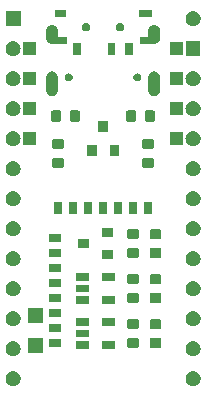
<source format=gbs>
G04 #@! TF.GenerationSoftware,KiCad,Pcbnew,(5.1.6)-1*
G04 #@! TF.CreationDate,2020-06-11T17:33:57+01:00*
G04 #@! TF.ProjectId,nrfmicro,6e72666d-6963-4726-9f2e-6b696361645f,rev?*
G04 #@! TF.SameCoordinates,Original*
G04 #@! TF.FileFunction,Soldermask,Bot*
G04 #@! TF.FilePolarity,Negative*
%FSLAX46Y46*%
G04 Gerber Fmt 4.6, Leading zero omitted, Abs format (unit mm)*
G04 Created by KiCad (PCBNEW (5.1.6)-1) date 2020-06-11 17:33:57*
%MOMM*%
%LPD*%
G01*
G04 APERTURE LIST*
%ADD10C,0.100000*%
G04 APERTURE END LIST*
D10*
G36*
X111607223Y-139682403D02*
G01*
X111665004Y-139706337D01*
X111722786Y-139730271D01*
X111826786Y-139799761D01*
X111915239Y-139888214D01*
X111984729Y-139992214D01*
X112032597Y-140107778D01*
X112057000Y-140230459D01*
X112057000Y-140355541D01*
X112032597Y-140478222D01*
X111984729Y-140593786D01*
X111915239Y-140697786D01*
X111826786Y-140786239D01*
X111722786Y-140855729D01*
X111665004Y-140879663D01*
X111607223Y-140903597D01*
X111484542Y-140928000D01*
X111359458Y-140928000D01*
X111236777Y-140903597D01*
X111178996Y-140879663D01*
X111121214Y-140855729D01*
X111017214Y-140786239D01*
X110928761Y-140697786D01*
X110859271Y-140593786D01*
X110811403Y-140478222D01*
X110787000Y-140355541D01*
X110787000Y-140230459D01*
X110811403Y-140107778D01*
X110859271Y-139992214D01*
X110928761Y-139888214D01*
X111017214Y-139799761D01*
X111121214Y-139730271D01*
X111178996Y-139706337D01*
X111236777Y-139682403D01*
X111359458Y-139658000D01*
X111484542Y-139658000D01*
X111607223Y-139682403D01*
G37*
G36*
X96367223Y-139682403D02*
G01*
X96425004Y-139706337D01*
X96482786Y-139730271D01*
X96586786Y-139799761D01*
X96675239Y-139888214D01*
X96744729Y-139992214D01*
X96792597Y-140107778D01*
X96817000Y-140230459D01*
X96817000Y-140355541D01*
X96792597Y-140478222D01*
X96744729Y-140593786D01*
X96675239Y-140697786D01*
X96586786Y-140786239D01*
X96482786Y-140855729D01*
X96425004Y-140879663D01*
X96367223Y-140903597D01*
X96244542Y-140928000D01*
X96119458Y-140928000D01*
X95996777Y-140903597D01*
X95938996Y-140879663D01*
X95881214Y-140855729D01*
X95777214Y-140786239D01*
X95688761Y-140697786D01*
X95619271Y-140593786D01*
X95571403Y-140478222D01*
X95547000Y-140355541D01*
X95547000Y-140230459D01*
X95571403Y-140107778D01*
X95619271Y-139992214D01*
X95688761Y-139888214D01*
X95777214Y-139799761D01*
X95881214Y-139730271D01*
X95938996Y-139706337D01*
X95996777Y-139682403D01*
X96119458Y-139658000D01*
X96244542Y-139658000D01*
X96367223Y-139682403D01*
G37*
G36*
X96367223Y-137142403D02*
G01*
X96425004Y-137166337D01*
X96482786Y-137190271D01*
X96586786Y-137259761D01*
X96675239Y-137348214D01*
X96744729Y-137452214D01*
X96744729Y-137452215D01*
X96792597Y-137567777D01*
X96804974Y-137630000D01*
X96817000Y-137690459D01*
X96817000Y-137815541D01*
X96792597Y-137938222D01*
X96744729Y-138053786D01*
X96675239Y-138157786D01*
X96586786Y-138246239D01*
X96482786Y-138315729D01*
X96425004Y-138339663D01*
X96367223Y-138363597D01*
X96244542Y-138388000D01*
X96119458Y-138388000D01*
X95996777Y-138363597D01*
X95938996Y-138339663D01*
X95881214Y-138315729D01*
X95777214Y-138246239D01*
X95688761Y-138157786D01*
X95619271Y-138053786D01*
X95571403Y-137938222D01*
X95547000Y-137815541D01*
X95547000Y-137690459D01*
X95559026Y-137630000D01*
X95571403Y-137567777D01*
X95619271Y-137452215D01*
X95619271Y-137452214D01*
X95688761Y-137348214D01*
X95777214Y-137259761D01*
X95881214Y-137190271D01*
X95938996Y-137166337D01*
X95996777Y-137142403D01*
X96119458Y-137118000D01*
X96244542Y-137118000D01*
X96367223Y-137142403D01*
G37*
G36*
X111607223Y-137142403D02*
G01*
X111665004Y-137166337D01*
X111722786Y-137190271D01*
X111826786Y-137259761D01*
X111915239Y-137348214D01*
X111984729Y-137452214D01*
X111984729Y-137452215D01*
X112032597Y-137567777D01*
X112044974Y-137630000D01*
X112057000Y-137690459D01*
X112057000Y-137815541D01*
X112032597Y-137938222D01*
X111984729Y-138053786D01*
X111915239Y-138157786D01*
X111826786Y-138246239D01*
X111722786Y-138315729D01*
X111665004Y-138339663D01*
X111607223Y-138363597D01*
X111484542Y-138388000D01*
X111359458Y-138388000D01*
X111236777Y-138363597D01*
X111178996Y-138339663D01*
X111121214Y-138315729D01*
X111017214Y-138246239D01*
X110928761Y-138157786D01*
X110859271Y-138053786D01*
X110811403Y-137938222D01*
X110787000Y-137815541D01*
X110787000Y-137690459D01*
X110799026Y-137630000D01*
X110811403Y-137567777D01*
X110859271Y-137452215D01*
X110859271Y-137452214D01*
X110928761Y-137348214D01*
X111017214Y-137259761D01*
X111121214Y-137190271D01*
X111178996Y-137166337D01*
X111236777Y-137142403D01*
X111359458Y-137118000D01*
X111484542Y-137118000D01*
X111607223Y-137142403D01*
G37*
G36*
X98721533Y-138133775D02*
G01*
X97451533Y-138133775D01*
X97451533Y-136863775D01*
X98721533Y-136863775D01*
X98721533Y-138133775D01*
G37*
G36*
X102597000Y-137758000D02*
G01*
X101537000Y-137758000D01*
X101537000Y-137108000D01*
X102597000Y-137108000D01*
X102597000Y-137758000D01*
G37*
G36*
X104797000Y-137758000D02*
G01*
X103737000Y-137758000D01*
X103737000Y-137108000D01*
X104797000Y-137108000D01*
X104797000Y-137758000D01*
G37*
G36*
X106691116Y-136836595D02*
G01*
X106720311Y-136845452D01*
X106747223Y-136859837D01*
X106770808Y-136879192D01*
X106790163Y-136902777D01*
X106804548Y-136929689D01*
X106813405Y-136958884D01*
X106817000Y-136995390D01*
X106817000Y-137545610D01*
X106813405Y-137582116D01*
X106804548Y-137611311D01*
X106790163Y-137638223D01*
X106770808Y-137661808D01*
X106747223Y-137681163D01*
X106720311Y-137695548D01*
X106691116Y-137704405D01*
X106654610Y-137708000D01*
X106029390Y-137708000D01*
X105992884Y-137704405D01*
X105963689Y-137695548D01*
X105936777Y-137681163D01*
X105913192Y-137661808D01*
X105893837Y-137638223D01*
X105879452Y-137611311D01*
X105870595Y-137582116D01*
X105867000Y-137545610D01*
X105867000Y-136995390D01*
X105870595Y-136958884D01*
X105879452Y-136929689D01*
X105893837Y-136902777D01*
X105913192Y-136879192D01*
X105936777Y-136859837D01*
X105963689Y-136845452D01*
X105992884Y-136836595D01*
X106029390Y-136833000D01*
X106654610Y-136833000D01*
X106691116Y-136836595D01*
G37*
G36*
X108596116Y-136836595D02*
G01*
X108625311Y-136845452D01*
X108652223Y-136859837D01*
X108675808Y-136879192D01*
X108695163Y-136902777D01*
X108709548Y-136929689D01*
X108718405Y-136958884D01*
X108722000Y-136995390D01*
X108722000Y-137545610D01*
X108718405Y-137582116D01*
X108709548Y-137611311D01*
X108695163Y-137638223D01*
X108675808Y-137661808D01*
X108652223Y-137681163D01*
X108625311Y-137695548D01*
X108596116Y-137704405D01*
X108559610Y-137708000D01*
X107934390Y-137708000D01*
X107897884Y-137704405D01*
X107868689Y-137695548D01*
X107841777Y-137681163D01*
X107818192Y-137661808D01*
X107798837Y-137638223D01*
X107784452Y-137611311D01*
X107775595Y-137582116D01*
X107772000Y-137545610D01*
X107772000Y-136995390D01*
X107775595Y-136958884D01*
X107784452Y-136929689D01*
X107798837Y-136902777D01*
X107818192Y-136879192D01*
X107841777Y-136859837D01*
X107868689Y-136845452D01*
X107897884Y-136836595D01*
X107934390Y-136833000D01*
X108559610Y-136833000D01*
X108596116Y-136836595D01*
G37*
G36*
X100261000Y-137630000D02*
G01*
X99261000Y-137630000D01*
X99261000Y-136980000D01*
X100261000Y-136980000D01*
X100261000Y-137630000D01*
G37*
G36*
X102597000Y-136808000D02*
G01*
X101537000Y-136808000D01*
X101537000Y-136158000D01*
X102597000Y-136158000D01*
X102597000Y-136808000D01*
G37*
G36*
X100261000Y-136360000D02*
G01*
X99261000Y-136360000D01*
X99261000Y-135710000D01*
X100261000Y-135710000D01*
X100261000Y-136360000D01*
G37*
G36*
X108596116Y-135261595D02*
G01*
X108625311Y-135270452D01*
X108652223Y-135284837D01*
X108675808Y-135304192D01*
X108695163Y-135327777D01*
X108709548Y-135354689D01*
X108718405Y-135383884D01*
X108722000Y-135420390D01*
X108722000Y-135970610D01*
X108718405Y-136007116D01*
X108709548Y-136036311D01*
X108695163Y-136063223D01*
X108675808Y-136086808D01*
X108652223Y-136106163D01*
X108625311Y-136120548D01*
X108596116Y-136129405D01*
X108559610Y-136133000D01*
X107934390Y-136133000D01*
X107897884Y-136129405D01*
X107868689Y-136120548D01*
X107841777Y-136106163D01*
X107818192Y-136086808D01*
X107798837Y-136063223D01*
X107784452Y-136036311D01*
X107775595Y-136007116D01*
X107772000Y-135970610D01*
X107772000Y-135420390D01*
X107775595Y-135383884D01*
X107784452Y-135354689D01*
X107798837Y-135327777D01*
X107818192Y-135304192D01*
X107841777Y-135284837D01*
X107868689Y-135270452D01*
X107897884Y-135261595D01*
X107934390Y-135258000D01*
X108559610Y-135258000D01*
X108596116Y-135261595D01*
G37*
G36*
X106691116Y-135261595D02*
G01*
X106720311Y-135270452D01*
X106747223Y-135284837D01*
X106770808Y-135304192D01*
X106790163Y-135327777D01*
X106804548Y-135354689D01*
X106813405Y-135383884D01*
X106817000Y-135420390D01*
X106817000Y-135970610D01*
X106813405Y-136007116D01*
X106804548Y-136036311D01*
X106790163Y-136063223D01*
X106770808Y-136086808D01*
X106747223Y-136106163D01*
X106720311Y-136120548D01*
X106691116Y-136129405D01*
X106654610Y-136133000D01*
X106029390Y-136133000D01*
X105992884Y-136129405D01*
X105963689Y-136120548D01*
X105936777Y-136106163D01*
X105913192Y-136086808D01*
X105893837Y-136063223D01*
X105879452Y-136036311D01*
X105870595Y-136007116D01*
X105867000Y-135970610D01*
X105867000Y-135420390D01*
X105870595Y-135383884D01*
X105879452Y-135354689D01*
X105893837Y-135327777D01*
X105913192Y-135304192D01*
X105936777Y-135284837D01*
X105963689Y-135270452D01*
X105992884Y-135261595D01*
X106029390Y-135258000D01*
X106654610Y-135258000D01*
X106691116Y-135261595D01*
G37*
G36*
X104797000Y-135858000D02*
G01*
X103737000Y-135858000D01*
X103737000Y-135208000D01*
X104797000Y-135208000D01*
X104797000Y-135858000D01*
G37*
G36*
X102597000Y-135858000D02*
G01*
X101537000Y-135858000D01*
X101537000Y-135208000D01*
X102597000Y-135208000D01*
X102597000Y-135858000D01*
G37*
G36*
X96367223Y-134602403D02*
G01*
X96425004Y-134626337D01*
X96482786Y-134650271D01*
X96586786Y-134719761D01*
X96675239Y-134808214D01*
X96744729Y-134912214D01*
X96744729Y-134912215D01*
X96792597Y-135027777D01*
X96817000Y-135150458D01*
X96817000Y-135275542D01*
X96801151Y-135355219D01*
X96792597Y-135398222D01*
X96744729Y-135513786D01*
X96675239Y-135617786D01*
X96586786Y-135706239D01*
X96482786Y-135775729D01*
X96425004Y-135799663D01*
X96367223Y-135823597D01*
X96244542Y-135848000D01*
X96119458Y-135848000D01*
X95996777Y-135823597D01*
X95938996Y-135799663D01*
X95881214Y-135775729D01*
X95777214Y-135706239D01*
X95688761Y-135617786D01*
X95619271Y-135513786D01*
X95571403Y-135398222D01*
X95562849Y-135355219D01*
X95547000Y-135275542D01*
X95547000Y-135150458D01*
X95571403Y-135027777D01*
X95619271Y-134912215D01*
X95619271Y-134912214D01*
X95688761Y-134808214D01*
X95777214Y-134719761D01*
X95881214Y-134650271D01*
X95938996Y-134626337D01*
X95996777Y-134602403D01*
X96119458Y-134578000D01*
X96244542Y-134578000D01*
X96367223Y-134602403D01*
G37*
G36*
X111607223Y-134602403D02*
G01*
X111665004Y-134626337D01*
X111722786Y-134650271D01*
X111826786Y-134719761D01*
X111915239Y-134808214D01*
X111984729Y-134912214D01*
X111984729Y-134912215D01*
X112032597Y-135027777D01*
X112057000Y-135150458D01*
X112057000Y-135275542D01*
X112041151Y-135355219D01*
X112032597Y-135398222D01*
X111984729Y-135513786D01*
X111915239Y-135617786D01*
X111826786Y-135706239D01*
X111722786Y-135775729D01*
X111665004Y-135799663D01*
X111607223Y-135823597D01*
X111484542Y-135848000D01*
X111359458Y-135848000D01*
X111236777Y-135823597D01*
X111178996Y-135799663D01*
X111121214Y-135775729D01*
X111017214Y-135706239D01*
X110928761Y-135617786D01*
X110859271Y-135513786D01*
X110811403Y-135398222D01*
X110802849Y-135355219D01*
X110787000Y-135275542D01*
X110787000Y-135150458D01*
X110811403Y-135027777D01*
X110859271Y-134912215D01*
X110859271Y-134912214D01*
X110928761Y-134808214D01*
X111017214Y-134719761D01*
X111121214Y-134650271D01*
X111178996Y-134626337D01*
X111236777Y-134602403D01*
X111359458Y-134578000D01*
X111484542Y-134578000D01*
X111607223Y-134602403D01*
G37*
G36*
X98721533Y-135593775D02*
G01*
X97451533Y-135593775D01*
X97451533Y-134323775D01*
X98721533Y-134323775D01*
X98721533Y-135593775D01*
G37*
G36*
X100261000Y-135090000D02*
G01*
X99261000Y-135090000D01*
X99261000Y-134440000D01*
X100261000Y-134440000D01*
X100261000Y-135090000D01*
G37*
G36*
X104797000Y-133948000D02*
G01*
X103737000Y-133948000D01*
X103737000Y-133298000D01*
X104797000Y-133298000D01*
X104797000Y-133948000D01*
G37*
G36*
X102597000Y-133948000D02*
G01*
X101537000Y-133948000D01*
X101537000Y-133298000D01*
X102597000Y-133298000D01*
X102597000Y-133948000D01*
G37*
G36*
X106691116Y-133026595D02*
G01*
X106720311Y-133035452D01*
X106747223Y-133049837D01*
X106770808Y-133069192D01*
X106790163Y-133092777D01*
X106804548Y-133119689D01*
X106813405Y-133148884D01*
X106817000Y-133185390D01*
X106817000Y-133735610D01*
X106813405Y-133772116D01*
X106804548Y-133801311D01*
X106790163Y-133828223D01*
X106770808Y-133851808D01*
X106747223Y-133871163D01*
X106720311Y-133885548D01*
X106691116Y-133894405D01*
X106654610Y-133898000D01*
X106029390Y-133898000D01*
X105992884Y-133894405D01*
X105963689Y-133885548D01*
X105936777Y-133871163D01*
X105913192Y-133851808D01*
X105893837Y-133828223D01*
X105879452Y-133801311D01*
X105870595Y-133772116D01*
X105867000Y-133735610D01*
X105867000Y-133185390D01*
X105870595Y-133148884D01*
X105879452Y-133119689D01*
X105893837Y-133092777D01*
X105913192Y-133069192D01*
X105936777Y-133049837D01*
X105963689Y-133035452D01*
X105992884Y-133026595D01*
X106029390Y-133023000D01*
X106654610Y-133023000D01*
X106691116Y-133026595D01*
G37*
G36*
X108596116Y-133026595D02*
G01*
X108625311Y-133035452D01*
X108652223Y-133049837D01*
X108675808Y-133069192D01*
X108695163Y-133092777D01*
X108709548Y-133119689D01*
X108718405Y-133148884D01*
X108722000Y-133185390D01*
X108722000Y-133735610D01*
X108718405Y-133772116D01*
X108709548Y-133801311D01*
X108695163Y-133828223D01*
X108675808Y-133851808D01*
X108652223Y-133871163D01*
X108625311Y-133885548D01*
X108596116Y-133894405D01*
X108559610Y-133898000D01*
X107934390Y-133898000D01*
X107897884Y-133894405D01*
X107868689Y-133885548D01*
X107841777Y-133871163D01*
X107818192Y-133851808D01*
X107798837Y-133828223D01*
X107784452Y-133801311D01*
X107775595Y-133772116D01*
X107772000Y-133735610D01*
X107772000Y-133185390D01*
X107775595Y-133148884D01*
X107784452Y-133119689D01*
X107798837Y-133092777D01*
X107818192Y-133069192D01*
X107841777Y-133049837D01*
X107868689Y-133035452D01*
X107897884Y-133026595D01*
X107934390Y-133023000D01*
X108559610Y-133023000D01*
X108596116Y-133026595D01*
G37*
G36*
X100261000Y-133820000D02*
G01*
X99261000Y-133820000D01*
X99261000Y-133170000D01*
X100261000Y-133170000D01*
X100261000Y-133820000D01*
G37*
G36*
X96367223Y-132062403D02*
G01*
X96425004Y-132086337D01*
X96482786Y-132110271D01*
X96586786Y-132179761D01*
X96675239Y-132268214D01*
X96744729Y-132372214D01*
X96792597Y-132487778D01*
X96817000Y-132610459D01*
X96817000Y-132735541D01*
X96792597Y-132858222D01*
X96744729Y-132973786D01*
X96675239Y-133077786D01*
X96586786Y-133166239D01*
X96482786Y-133235729D01*
X96425004Y-133259663D01*
X96367223Y-133283597D01*
X96244542Y-133308000D01*
X96119458Y-133308000D01*
X95996777Y-133283597D01*
X95938996Y-133259663D01*
X95881214Y-133235729D01*
X95777214Y-133166239D01*
X95688761Y-133077786D01*
X95619271Y-132973786D01*
X95571403Y-132858222D01*
X95547000Y-132735541D01*
X95547000Y-132610459D01*
X95571403Y-132487778D01*
X95619271Y-132372214D01*
X95688761Y-132268214D01*
X95777214Y-132179761D01*
X95881214Y-132110271D01*
X95938996Y-132086337D01*
X95996777Y-132062403D01*
X96119458Y-132038000D01*
X96244542Y-132038000D01*
X96367223Y-132062403D01*
G37*
G36*
X111607223Y-132062403D02*
G01*
X111665004Y-132086337D01*
X111722786Y-132110271D01*
X111826786Y-132179761D01*
X111915239Y-132268214D01*
X111984729Y-132372214D01*
X112032597Y-132487778D01*
X112057000Y-132610459D01*
X112057000Y-132735541D01*
X112032597Y-132858222D01*
X111984729Y-132973786D01*
X111915239Y-133077786D01*
X111826786Y-133166239D01*
X111722786Y-133235729D01*
X111665004Y-133259663D01*
X111607223Y-133283597D01*
X111484542Y-133308000D01*
X111359458Y-133308000D01*
X111236777Y-133283597D01*
X111178996Y-133259663D01*
X111121214Y-133235729D01*
X111017214Y-133166239D01*
X110928761Y-133077786D01*
X110859271Y-132973786D01*
X110811403Y-132858222D01*
X110787000Y-132735541D01*
X110787000Y-132610459D01*
X110811403Y-132487778D01*
X110859271Y-132372214D01*
X110928761Y-132268214D01*
X111017214Y-132179761D01*
X111121214Y-132110271D01*
X111178996Y-132086337D01*
X111236777Y-132062403D01*
X111359458Y-132038000D01*
X111484542Y-132038000D01*
X111607223Y-132062403D01*
G37*
G36*
X102597000Y-132998000D02*
G01*
X101537000Y-132998000D01*
X101537000Y-132348000D01*
X102597000Y-132348000D01*
X102597000Y-132998000D01*
G37*
G36*
X100261000Y-132550000D02*
G01*
X99261000Y-132550000D01*
X99261000Y-131900000D01*
X100261000Y-131900000D01*
X100261000Y-132550000D01*
G37*
G36*
X108596116Y-131451595D02*
G01*
X108625311Y-131460452D01*
X108652223Y-131474837D01*
X108675808Y-131494192D01*
X108695163Y-131517777D01*
X108709548Y-131544689D01*
X108718405Y-131573884D01*
X108722000Y-131610390D01*
X108722000Y-132160610D01*
X108718405Y-132197116D01*
X108709548Y-132226311D01*
X108695163Y-132253223D01*
X108675808Y-132276808D01*
X108652223Y-132296163D01*
X108625311Y-132310548D01*
X108596116Y-132319405D01*
X108559610Y-132323000D01*
X107934390Y-132323000D01*
X107897884Y-132319405D01*
X107868689Y-132310548D01*
X107841777Y-132296163D01*
X107818192Y-132276808D01*
X107798837Y-132253223D01*
X107784452Y-132226311D01*
X107775595Y-132197116D01*
X107772000Y-132160610D01*
X107772000Y-131610390D01*
X107775595Y-131573884D01*
X107784452Y-131544689D01*
X107798837Y-131517777D01*
X107818192Y-131494192D01*
X107841777Y-131474837D01*
X107868689Y-131460452D01*
X107897884Y-131451595D01*
X107934390Y-131448000D01*
X108559610Y-131448000D01*
X108596116Y-131451595D01*
G37*
G36*
X106691116Y-131451595D02*
G01*
X106720311Y-131460452D01*
X106747223Y-131474837D01*
X106770808Y-131494192D01*
X106790163Y-131517777D01*
X106804548Y-131544689D01*
X106813405Y-131573884D01*
X106817000Y-131610390D01*
X106817000Y-132160610D01*
X106813405Y-132197116D01*
X106804548Y-132226311D01*
X106790163Y-132253223D01*
X106770808Y-132276808D01*
X106747223Y-132296163D01*
X106720311Y-132310548D01*
X106691116Y-132319405D01*
X106654610Y-132323000D01*
X106029390Y-132323000D01*
X105992884Y-132319405D01*
X105963689Y-132310548D01*
X105936777Y-132296163D01*
X105913192Y-132276808D01*
X105893837Y-132253223D01*
X105879452Y-132226311D01*
X105870595Y-132197116D01*
X105867000Y-132160610D01*
X105867000Y-131610390D01*
X105870595Y-131573884D01*
X105879452Y-131544689D01*
X105893837Y-131517777D01*
X105913192Y-131494192D01*
X105936777Y-131474837D01*
X105963689Y-131460452D01*
X105992884Y-131451595D01*
X106029390Y-131448000D01*
X106654610Y-131448000D01*
X106691116Y-131451595D01*
G37*
G36*
X102597000Y-132048000D02*
G01*
X101537000Y-132048000D01*
X101537000Y-131398000D01*
X102597000Y-131398000D01*
X102597000Y-132048000D01*
G37*
G36*
X104797000Y-132048000D02*
G01*
X103737000Y-132048000D01*
X103737000Y-131398000D01*
X104797000Y-131398000D01*
X104797000Y-132048000D01*
G37*
G36*
X100261000Y-131280000D02*
G01*
X99261000Y-131280000D01*
X99261000Y-130630000D01*
X100261000Y-130630000D01*
X100261000Y-131280000D01*
G37*
G36*
X96367223Y-129522403D02*
G01*
X96425004Y-129546337D01*
X96482786Y-129570271D01*
X96586786Y-129639761D01*
X96675239Y-129728214D01*
X96744729Y-129832214D01*
X96744729Y-129832215D01*
X96792597Y-129947777D01*
X96804974Y-130010000D01*
X96817000Y-130070459D01*
X96817000Y-130195541D01*
X96792597Y-130318222D01*
X96744729Y-130433786D01*
X96675239Y-130537786D01*
X96586786Y-130626239D01*
X96482786Y-130695729D01*
X96425004Y-130719663D01*
X96367223Y-130743597D01*
X96244542Y-130768000D01*
X96119458Y-130768000D01*
X95996777Y-130743597D01*
X95938996Y-130719663D01*
X95881214Y-130695729D01*
X95777214Y-130626239D01*
X95688761Y-130537786D01*
X95619271Y-130433786D01*
X95571403Y-130318222D01*
X95547000Y-130195541D01*
X95547000Y-130070459D01*
X95559026Y-130010000D01*
X95571403Y-129947777D01*
X95619271Y-129832215D01*
X95619271Y-129832214D01*
X95688761Y-129728214D01*
X95777214Y-129639761D01*
X95881214Y-129570271D01*
X95938996Y-129546337D01*
X95996777Y-129522403D01*
X96119458Y-129498000D01*
X96244542Y-129498000D01*
X96367223Y-129522403D01*
G37*
G36*
X111607223Y-129522403D02*
G01*
X111665004Y-129546337D01*
X111722786Y-129570271D01*
X111826786Y-129639761D01*
X111915239Y-129728214D01*
X111984729Y-129832214D01*
X111984729Y-129832215D01*
X112032597Y-129947777D01*
X112044974Y-130010000D01*
X112057000Y-130070459D01*
X112057000Y-130195541D01*
X112032597Y-130318222D01*
X111984729Y-130433786D01*
X111915239Y-130537786D01*
X111826786Y-130626239D01*
X111722786Y-130695729D01*
X111665004Y-130719663D01*
X111607223Y-130743597D01*
X111484542Y-130768000D01*
X111359458Y-130768000D01*
X111236777Y-130743597D01*
X111178996Y-130719663D01*
X111121214Y-130695729D01*
X111017214Y-130626239D01*
X110928761Y-130537786D01*
X110859271Y-130433786D01*
X110811403Y-130318222D01*
X110787000Y-130195541D01*
X110787000Y-130070459D01*
X110799026Y-130010000D01*
X110811403Y-129947777D01*
X110859271Y-129832215D01*
X110859271Y-129832214D01*
X110928761Y-129728214D01*
X111017214Y-129639761D01*
X111121214Y-129570271D01*
X111178996Y-129546337D01*
X111236777Y-129522403D01*
X111359458Y-129498000D01*
X111484542Y-129498000D01*
X111607223Y-129522403D01*
G37*
G36*
X104617000Y-130213000D02*
G01*
X103717000Y-130213000D01*
X103717000Y-129413000D01*
X104617000Y-129413000D01*
X104617000Y-130213000D01*
G37*
G36*
X106691116Y-129216595D02*
G01*
X106720311Y-129225452D01*
X106747223Y-129239837D01*
X106770808Y-129259192D01*
X106790163Y-129282777D01*
X106804548Y-129309689D01*
X106813405Y-129338884D01*
X106817000Y-129375390D01*
X106817000Y-129925610D01*
X106813405Y-129962116D01*
X106804548Y-129991311D01*
X106790163Y-130018223D01*
X106770808Y-130041808D01*
X106747223Y-130061163D01*
X106720311Y-130075548D01*
X106691116Y-130084405D01*
X106654610Y-130088000D01*
X106029390Y-130088000D01*
X105992884Y-130084405D01*
X105963689Y-130075548D01*
X105936777Y-130061163D01*
X105913192Y-130041808D01*
X105893837Y-130018223D01*
X105879452Y-129991311D01*
X105870595Y-129962116D01*
X105867000Y-129925610D01*
X105867000Y-129375390D01*
X105870595Y-129338884D01*
X105879452Y-129309689D01*
X105893837Y-129282777D01*
X105913192Y-129259192D01*
X105936777Y-129239837D01*
X105963689Y-129225452D01*
X105992884Y-129216595D01*
X106029390Y-129213000D01*
X106654610Y-129213000D01*
X106691116Y-129216595D01*
G37*
G36*
X108596116Y-129216595D02*
G01*
X108625311Y-129225452D01*
X108652223Y-129239837D01*
X108675808Y-129259192D01*
X108695163Y-129282777D01*
X108709548Y-129309689D01*
X108718405Y-129338884D01*
X108722000Y-129375390D01*
X108722000Y-129925610D01*
X108718405Y-129962116D01*
X108709548Y-129991311D01*
X108695163Y-130018223D01*
X108675808Y-130041808D01*
X108652223Y-130061163D01*
X108625311Y-130075548D01*
X108596116Y-130084405D01*
X108559610Y-130088000D01*
X107934390Y-130088000D01*
X107897884Y-130084405D01*
X107868689Y-130075548D01*
X107841777Y-130061163D01*
X107818192Y-130041808D01*
X107798837Y-130018223D01*
X107784452Y-129991311D01*
X107775595Y-129962116D01*
X107772000Y-129925610D01*
X107772000Y-129375390D01*
X107775595Y-129338884D01*
X107784452Y-129309689D01*
X107798837Y-129282777D01*
X107818192Y-129259192D01*
X107841777Y-129239837D01*
X107868689Y-129225452D01*
X107897884Y-129216595D01*
X107934390Y-129213000D01*
X108559610Y-129213000D01*
X108596116Y-129216595D01*
G37*
G36*
X100261000Y-130010000D02*
G01*
X99261000Y-130010000D01*
X99261000Y-129360000D01*
X100261000Y-129360000D01*
X100261000Y-130010000D01*
G37*
G36*
X102617000Y-129263000D02*
G01*
X101717000Y-129263000D01*
X101717000Y-128463000D01*
X102617000Y-128463000D01*
X102617000Y-129263000D01*
G37*
G36*
X100261000Y-128740000D02*
G01*
X99261000Y-128740000D01*
X99261000Y-128090000D01*
X100261000Y-128090000D01*
X100261000Y-128740000D01*
G37*
G36*
X106691116Y-127641595D02*
G01*
X106720311Y-127650452D01*
X106747223Y-127664837D01*
X106770808Y-127684192D01*
X106790163Y-127707777D01*
X106804548Y-127734689D01*
X106813405Y-127763884D01*
X106817000Y-127800390D01*
X106817000Y-128350610D01*
X106813405Y-128387116D01*
X106804548Y-128416311D01*
X106790163Y-128443223D01*
X106770808Y-128466808D01*
X106747223Y-128486163D01*
X106720311Y-128500548D01*
X106691116Y-128509405D01*
X106654610Y-128513000D01*
X106029390Y-128513000D01*
X105992884Y-128509405D01*
X105963689Y-128500548D01*
X105936777Y-128486163D01*
X105913192Y-128466808D01*
X105893837Y-128443223D01*
X105879452Y-128416311D01*
X105870595Y-128387116D01*
X105867000Y-128350610D01*
X105867000Y-127800390D01*
X105870595Y-127763884D01*
X105879452Y-127734689D01*
X105893837Y-127707777D01*
X105913192Y-127684192D01*
X105936777Y-127664837D01*
X105963689Y-127650452D01*
X105992884Y-127641595D01*
X106029390Y-127638000D01*
X106654610Y-127638000D01*
X106691116Y-127641595D01*
G37*
G36*
X108596116Y-127641595D02*
G01*
X108625311Y-127650452D01*
X108652223Y-127664837D01*
X108675808Y-127684192D01*
X108695163Y-127707777D01*
X108709548Y-127734689D01*
X108718405Y-127763884D01*
X108722000Y-127800390D01*
X108722000Y-128350610D01*
X108718405Y-128387116D01*
X108709548Y-128416311D01*
X108695163Y-128443223D01*
X108675808Y-128466808D01*
X108652223Y-128486163D01*
X108625311Y-128500548D01*
X108596116Y-128509405D01*
X108559610Y-128513000D01*
X107934390Y-128513000D01*
X107897884Y-128509405D01*
X107868689Y-128500548D01*
X107841777Y-128486163D01*
X107818192Y-128466808D01*
X107798837Y-128443223D01*
X107784452Y-128416311D01*
X107775595Y-128387116D01*
X107772000Y-128350610D01*
X107772000Y-127800390D01*
X107775595Y-127763884D01*
X107784452Y-127734689D01*
X107798837Y-127707777D01*
X107818192Y-127684192D01*
X107841777Y-127664837D01*
X107868689Y-127650452D01*
X107897884Y-127641595D01*
X107934390Y-127638000D01*
X108559610Y-127638000D01*
X108596116Y-127641595D01*
G37*
G36*
X104617000Y-128313000D02*
G01*
X103717000Y-128313000D01*
X103717000Y-127513000D01*
X104617000Y-127513000D01*
X104617000Y-128313000D01*
G37*
G36*
X111607223Y-126982403D02*
G01*
X111665004Y-127006337D01*
X111722786Y-127030271D01*
X111826786Y-127099761D01*
X111915239Y-127188214D01*
X111984729Y-127292214D01*
X111984729Y-127292215D01*
X112032597Y-127407777D01*
X112057000Y-127530458D01*
X112057000Y-127655542D01*
X112041151Y-127735219D01*
X112032597Y-127778222D01*
X111984729Y-127893786D01*
X111915239Y-127997786D01*
X111826786Y-128086239D01*
X111722786Y-128155729D01*
X111665004Y-128179663D01*
X111607223Y-128203597D01*
X111484542Y-128228000D01*
X111359458Y-128228000D01*
X111236777Y-128203597D01*
X111178996Y-128179663D01*
X111121214Y-128155729D01*
X111017214Y-128086239D01*
X110928761Y-127997786D01*
X110859271Y-127893786D01*
X110811403Y-127778222D01*
X110802849Y-127735219D01*
X110787000Y-127655542D01*
X110787000Y-127530458D01*
X110811403Y-127407777D01*
X110859271Y-127292215D01*
X110859271Y-127292214D01*
X110928761Y-127188214D01*
X111017214Y-127099761D01*
X111121214Y-127030271D01*
X111178996Y-127006337D01*
X111236777Y-126982403D01*
X111359458Y-126958000D01*
X111484542Y-126958000D01*
X111607223Y-126982403D01*
G37*
G36*
X96367223Y-126982403D02*
G01*
X96425004Y-127006337D01*
X96482786Y-127030271D01*
X96586786Y-127099761D01*
X96675239Y-127188214D01*
X96744729Y-127292214D01*
X96744729Y-127292215D01*
X96792597Y-127407777D01*
X96817000Y-127530458D01*
X96817000Y-127655542D01*
X96801151Y-127735219D01*
X96792597Y-127778222D01*
X96744729Y-127893786D01*
X96675239Y-127997786D01*
X96586786Y-128086239D01*
X96482786Y-128155729D01*
X96425004Y-128179663D01*
X96367223Y-128203597D01*
X96244542Y-128228000D01*
X96119458Y-128228000D01*
X95996777Y-128203597D01*
X95938996Y-128179663D01*
X95881214Y-128155729D01*
X95777214Y-128086239D01*
X95688761Y-127997786D01*
X95619271Y-127893786D01*
X95571403Y-127778222D01*
X95562849Y-127735219D01*
X95547000Y-127655542D01*
X95547000Y-127530458D01*
X95571403Y-127407777D01*
X95619271Y-127292215D01*
X95619271Y-127292214D01*
X95688761Y-127188214D01*
X95777214Y-127099761D01*
X95881214Y-127030271D01*
X95938996Y-127006337D01*
X95996777Y-126982403D01*
X96119458Y-126958000D01*
X96244542Y-126958000D01*
X96367223Y-126982403D01*
G37*
G36*
X101610000Y-126375000D02*
G01*
X100960000Y-126375000D01*
X100960000Y-125375000D01*
X101610000Y-125375000D01*
X101610000Y-126375000D01*
G37*
G36*
X106690000Y-126375000D02*
G01*
X106040000Y-126375000D01*
X106040000Y-125375000D01*
X106690000Y-125375000D01*
X106690000Y-126375000D01*
G37*
G36*
X105420000Y-126375000D02*
G01*
X104770000Y-126375000D01*
X104770000Y-125375000D01*
X105420000Y-125375000D01*
X105420000Y-126375000D01*
G37*
G36*
X102880000Y-126375000D02*
G01*
X102230000Y-126375000D01*
X102230000Y-125375000D01*
X102880000Y-125375000D01*
X102880000Y-126375000D01*
G37*
G36*
X104150000Y-126375000D02*
G01*
X103500000Y-126375000D01*
X103500000Y-125375000D01*
X104150000Y-125375000D01*
X104150000Y-126375000D01*
G37*
G36*
X100340000Y-126375000D02*
G01*
X99690000Y-126375000D01*
X99690000Y-125375000D01*
X100340000Y-125375000D01*
X100340000Y-126375000D01*
G37*
G36*
X107960000Y-126375000D02*
G01*
X107310000Y-126375000D01*
X107310000Y-125375000D01*
X107960000Y-125375000D01*
X107960000Y-126375000D01*
G37*
G36*
X96367223Y-124442403D02*
G01*
X96425004Y-124466337D01*
X96482786Y-124490271D01*
X96586786Y-124559761D01*
X96675239Y-124648214D01*
X96744729Y-124752214D01*
X96792597Y-124867778D01*
X96817000Y-124990459D01*
X96817000Y-125115541D01*
X96792597Y-125238222D01*
X96744729Y-125353786D01*
X96675239Y-125457786D01*
X96586786Y-125546239D01*
X96482786Y-125615729D01*
X96425004Y-125639663D01*
X96367223Y-125663597D01*
X96244542Y-125688000D01*
X96119458Y-125688000D01*
X95996777Y-125663597D01*
X95938996Y-125639663D01*
X95881214Y-125615729D01*
X95777214Y-125546239D01*
X95688761Y-125457786D01*
X95619271Y-125353786D01*
X95571403Y-125238222D01*
X95547000Y-125115541D01*
X95547000Y-124990459D01*
X95571403Y-124867778D01*
X95619271Y-124752214D01*
X95688761Y-124648214D01*
X95777214Y-124559761D01*
X95881214Y-124490271D01*
X95938996Y-124466337D01*
X95996777Y-124442403D01*
X96119458Y-124418000D01*
X96244542Y-124418000D01*
X96367223Y-124442403D01*
G37*
G36*
X111607223Y-124442403D02*
G01*
X111665004Y-124466337D01*
X111722786Y-124490271D01*
X111826786Y-124559761D01*
X111915239Y-124648214D01*
X111984729Y-124752214D01*
X112032597Y-124867778D01*
X112057000Y-124990459D01*
X112057000Y-125115541D01*
X112032597Y-125238222D01*
X111984729Y-125353786D01*
X111915239Y-125457786D01*
X111826786Y-125546239D01*
X111722786Y-125615729D01*
X111665004Y-125639663D01*
X111607223Y-125663597D01*
X111484542Y-125688000D01*
X111359458Y-125688000D01*
X111236777Y-125663597D01*
X111178996Y-125639663D01*
X111121214Y-125615729D01*
X111017214Y-125546239D01*
X110928761Y-125457786D01*
X110859271Y-125353786D01*
X110811403Y-125238222D01*
X110787000Y-125115541D01*
X110787000Y-124990459D01*
X110811403Y-124867778D01*
X110859271Y-124752214D01*
X110928761Y-124648214D01*
X111017214Y-124559761D01*
X111121214Y-124490271D01*
X111178996Y-124466337D01*
X111236777Y-124442403D01*
X111359458Y-124418000D01*
X111484542Y-124418000D01*
X111607223Y-124442403D01*
G37*
G36*
X96367223Y-121902403D02*
G01*
X96425004Y-121926337D01*
X96482786Y-121950271D01*
X96586786Y-122019761D01*
X96675239Y-122108214D01*
X96744729Y-122212214D01*
X96744729Y-122212215D01*
X96792597Y-122327777D01*
X96806610Y-122398223D01*
X96817000Y-122450459D01*
X96817000Y-122575541D01*
X96792597Y-122698222D01*
X96744729Y-122813786D01*
X96675239Y-122917786D01*
X96586786Y-123006239D01*
X96482786Y-123075729D01*
X96425004Y-123099663D01*
X96367223Y-123123597D01*
X96244542Y-123148000D01*
X96119458Y-123148000D01*
X95996777Y-123123597D01*
X95938996Y-123099663D01*
X95881214Y-123075729D01*
X95777214Y-123006239D01*
X95688761Y-122917786D01*
X95619271Y-122813786D01*
X95571403Y-122698222D01*
X95547000Y-122575541D01*
X95547000Y-122450459D01*
X95557390Y-122398223D01*
X95571403Y-122327777D01*
X95619271Y-122212215D01*
X95619271Y-122212214D01*
X95688761Y-122108214D01*
X95777214Y-122019761D01*
X95881214Y-121950271D01*
X95938996Y-121926337D01*
X95996777Y-121902403D01*
X96119458Y-121878000D01*
X96244542Y-121878000D01*
X96367223Y-121902403D01*
G37*
G36*
X111607223Y-121902403D02*
G01*
X111665004Y-121926337D01*
X111722786Y-121950271D01*
X111826786Y-122019761D01*
X111915239Y-122108214D01*
X111984729Y-122212214D01*
X111984729Y-122212215D01*
X112032597Y-122327777D01*
X112046610Y-122398223D01*
X112057000Y-122450459D01*
X112057000Y-122575541D01*
X112032597Y-122698222D01*
X111984729Y-122813786D01*
X111915239Y-122917786D01*
X111826786Y-123006239D01*
X111722786Y-123075729D01*
X111665004Y-123099663D01*
X111607223Y-123123597D01*
X111484542Y-123148000D01*
X111359458Y-123148000D01*
X111236777Y-123123597D01*
X111178996Y-123099663D01*
X111121214Y-123075729D01*
X111017214Y-123006239D01*
X110928761Y-122917786D01*
X110859271Y-122813786D01*
X110811403Y-122698222D01*
X110787000Y-122575541D01*
X110787000Y-122450459D01*
X110797390Y-122398223D01*
X110811403Y-122327777D01*
X110859271Y-122212215D01*
X110859271Y-122212214D01*
X110928761Y-122108214D01*
X111017214Y-122019761D01*
X111121214Y-121950271D01*
X111178996Y-121926337D01*
X111236777Y-121902403D01*
X111359458Y-121878000D01*
X111484542Y-121878000D01*
X111607223Y-121902403D01*
G37*
G36*
X107961116Y-121596595D02*
G01*
X107990311Y-121605452D01*
X108017223Y-121619837D01*
X108040808Y-121639192D01*
X108060163Y-121662777D01*
X108074548Y-121689689D01*
X108083405Y-121718884D01*
X108087000Y-121755390D01*
X108087000Y-122305610D01*
X108083405Y-122342116D01*
X108074548Y-122371311D01*
X108060163Y-122398223D01*
X108040808Y-122421808D01*
X108017223Y-122441163D01*
X107990311Y-122455548D01*
X107961116Y-122464405D01*
X107924610Y-122468000D01*
X107299390Y-122468000D01*
X107262884Y-122464405D01*
X107233689Y-122455548D01*
X107206777Y-122441163D01*
X107183192Y-122421808D01*
X107163837Y-122398223D01*
X107149452Y-122371311D01*
X107140595Y-122342116D01*
X107137000Y-122305610D01*
X107137000Y-121755390D01*
X107140595Y-121718884D01*
X107149452Y-121689689D01*
X107163837Y-121662777D01*
X107183192Y-121639192D01*
X107206777Y-121619837D01*
X107233689Y-121605452D01*
X107262884Y-121596595D01*
X107299390Y-121593000D01*
X107924610Y-121593000D01*
X107961116Y-121596595D01*
G37*
G36*
X100340616Y-121596595D02*
G01*
X100369811Y-121605452D01*
X100396723Y-121619837D01*
X100420308Y-121639192D01*
X100439663Y-121662777D01*
X100454048Y-121689689D01*
X100462905Y-121718884D01*
X100466500Y-121755390D01*
X100466500Y-122305610D01*
X100462905Y-122342116D01*
X100454048Y-122371311D01*
X100439663Y-122398223D01*
X100420308Y-122421808D01*
X100396723Y-122441163D01*
X100369811Y-122455548D01*
X100340616Y-122464405D01*
X100304110Y-122468000D01*
X99678890Y-122468000D01*
X99642384Y-122464405D01*
X99613189Y-122455548D01*
X99586277Y-122441163D01*
X99562692Y-122421808D01*
X99543337Y-122398223D01*
X99528952Y-122371311D01*
X99520095Y-122342116D01*
X99516500Y-122305610D01*
X99516500Y-121755390D01*
X99520095Y-121718884D01*
X99528952Y-121689689D01*
X99543337Y-121662777D01*
X99562692Y-121639192D01*
X99586277Y-121619837D01*
X99613189Y-121605452D01*
X99642384Y-121596595D01*
X99678890Y-121593000D01*
X100304110Y-121593000D01*
X100340616Y-121596595D01*
G37*
G36*
X103252000Y-121423000D02*
G01*
X102452000Y-121423000D01*
X102452000Y-120523000D01*
X103252000Y-120523000D01*
X103252000Y-121423000D01*
G37*
G36*
X105152000Y-121423000D02*
G01*
X104352000Y-121423000D01*
X104352000Y-120523000D01*
X105152000Y-120523000D01*
X105152000Y-121423000D01*
G37*
G36*
X107961116Y-120021595D02*
G01*
X107990311Y-120030452D01*
X108017223Y-120044837D01*
X108040808Y-120064192D01*
X108060163Y-120087777D01*
X108074548Y-120114689D01*
X108083405Y-120143884D01*
X108087000Y-120180390D01*
X108087000Y-120730610D01*
X108083405Y-120767116D01*
X108074548Y-120796311D01*
X108060163Y-120823223D01*
X108040808Y-120846808D01*
X108017223Y-120866163D01*
X107990311Y-120880548D01*
X107961116Y-120889405D01*
X107924610Y-120893000D01*
X107299390Y-120893000D01*
X107262884Y-120889405D01*
X107233689Y-120880548D01*
X107206777Y-120866163D01*
X107183192Y-120846808D01*
X107163837Y-120823223D01*
X107149452Y-120796311D01*
X107140595Y-120767116D01*
X107137000Y-120730610D01*
X107137000Y-120180390D01*
X107140595Y-120143884D01*
X107149452Y-120114689D01*
X107163837Y-120087777D01*
X107183192Y-120064192D01*
X107206777Y-120044837D01*
X107233689Y-120030452D01*
X107262884Y-120021595D01*
X107299390Y-120018000D01*
X107924610Y-120018000D01*
X107961116Y-120021595D01*
G37*
G36*
X100340616Y-120021595D02*
G01*
X100369811Y-120030452D01*
X100396723Y-120044837D01*
X100420308Y-120064192D01*
X100439663Y-120087777D01*
X100454048Y-120114689D01*
X100462905Y-120143884D01*
X100466500Y-120180390D01*
X100466500Y-120730610D01*
X100462905Y-120767116D01*
X100454048Y-120796311D01*
X100439663Y-120823223D01*
X100420308Y-120846808D01*
X100396723Y-120866163D01*
X100369811Y-120880548D01*
X100340616Y-120889405D01*
X100304110Y-120893000D01*
X99678890Y-120893000D01*
X99642384Y-120889405D01*
X99613189Y-120880548D01*
X99586277Y-120866163D01*
X99562692Y-120846808D01*
X99543337Y-120823223D01*
X99528952Y-120796311D01*
X99520095Y-120767116D01*
X99516500Y-120730610D01*
X99516500Y-120180390D01*
X99520095Y-120143884D01*
X99528952Y-120114689D01*
X99543337Y-120087777D01*
X99562692Y-120064192D01*
X99586277Y-120044837D01*
X99613189Y-120030452D01*
X99642384Y-120021595D01*
X99678890Y-120018000D01*
X100304110Y-120018000D01*
X100340616Y-120021595D01*
G37*
G36*
X96367223Y-119362403D02*
G01*
X96425004Y-119386337D01*
X96482786Y-119410271D01*
X96586786Y-119479761D01*
X96675239Y-119568214D01*
X96744729Y-119672214D01*
X96792597Y-119787778D01*
X96813404Y-119892381D01*
X96820517Y-119915830D01*
X96832068Y-119937440D01*
X96847614Y-119956382D01*
X96866556Y-119971927D01*
X96868563Y-119973000D01*
X96866555Y-119974073D01*
X96847613Y-119989618D01*
X96832068Y-120008560D01*
X96820517Y-120030171D01*
X96813405Y-120053617D01*
X96801151Y-120115219D01*
X96792597Y-120158222D01*
X96744729Y-120273786D01*
X96675239Y-120377786D01*
X96586786Y-120466239D01*
X96482786Y-120535729D01*
X96425004Y-120559663D01*
X96367223Y-120583597D01*
X96244542Y-120608000D01*
X96119458Y-120608000D01*
X95996777Y-120583597D01*
X95938996Y-120559663D01*
X95881214Y-120535729D01*
X95777214Y-120466239D01*
X95688761Y-120377786D01*
X95619271Y-120273786D01*
X95571403Y-120158222D01*
X95562849Y-120115219D01*
X95547000Y-120035542D01*
X95547000Y-119910458D01*
X95571403Y-119787777D01*
X95619271Y-119672215D01*
X95619271Y-119672214D01*
X95688761Y-119568214D01*
X95777214Y-119479761D01*
X95881214Y-119410271D01*
X95938996Y-119386337D01*
X95996777Y-119362403D01*
X96119458Y-119338000D01*
X96244542Y-119338000D01*
X96367223Y-119362403D01*
G37*
G36*
X111607223Y-119362403D02*
G01*
X111665004Y-119386337D01*
X111722786Y-119410271D01*
X111826786Y-119479761D01*
X111915239Y-119568214D01*
X111984729Y-119672214D01*
X111984729Y-119672215D01*
X112032597Y-119787777D01*
X112057000Y-119910458D01*
X112057000Y-120035542D01*
X112041151Y-120115219D01*
X112032597Y-120158222D01*
X111984729Y-120273786D01*
X111915239Y-120377786D01*
X111826786Y-120466239D01*
X111722786Y-120535729D01*
X111665004Y-120559663D01*
X111607223Y-120583597D01*
X111484542Y-120608000D01*
X111359458Y-120608000D01*
X111236777Y-120583597D01*
X111178996Y-120559663D01*
X111121214Y-120535729D01*
X111017214Y-120466239D01*
X110928761Y-120377786D01*
X110859271Y-120273786D01*
X110811403Y-120158222D01*
X110802744Y-120114689D01*
X110790096Y-120051105D01*
X110782983Y-120027657D01*
X110771432Y-120006047D01*
X110755886Y-119987105D01*
X110738699Y-119973000D01*
X110755887Y-119958895D01*
X110771432Y-119939953D01*
X110782983Y-119918342D01*
X110790096Y-119894894D01*
X110811403Y-119787778D01*
X110859271Y-119672214D01*
X110928761Y-119568214D01*
X111017214Y-119479761D01*
X111121214Y-119410271D01*
X111178996Y-119386337D01*
X111236777Y-119362403D01*
X111359458Y-119338000D01*
X111484542Y-119338000D01*
X111607223Y-119362403D01*
G37*
G36*
X98096000Y-120544500D02*
G01*
X97061000Y-120544500D01*
X97061000Y-120078006D01*
X97058598Y-120053620D01*
X97051485Y-120030171D01*
X97039934Y-120008560D01*
X97024389Y-119989618D01*
X97005447Y-119974073D01*
X97003440Y-119973000D01*
X97005447Y-119971927D01*
X97024389Y-119956381D01*
X97039934Y-119937439D01*
X97051485Y-119915829D01*
X97058598Y-119892380D01*
X97061000Y-119867994D01*
X97061000Y-119401500D01*
X98096000Y-119401500D01*
X98096000Y-120544500D01*
G37*
G36*
X110542500Y-119870507D02*
G01*
X110544902Y-119894893D01*
X110552015Y-119918342D01*
X110563566Y-119939953D01*
X110579111Y-119958895D01*
X110596298Y-119973000D01*
X110579111Y-119987106D01*
X110563566Y-120006048D01*
X110552015Y-120027659D01*
X110544902Y-120051108D01*
X110542500Y-120075493D01*
X110542500Y-120544500D01*
X109507500Y-120544500D01*
X109507500Y-119401500D01*
X110542500Y-119401500D01*
X110542500Y-119870507D01*
G37*
G36*
X104202000Y-119423000D02*
G01*
X103402000Y-119423000D01*
X103402000Y-118523000D01*
X104202000Y-118523000D01*
X104202000Y-119423000D01*
G37*
G36*
X108076116Y-117596595D02*
G01*
X108105311Y-117605452D01*
X108132223Y-117619837D01*
X108155808Y-117639192D01*
X108175163Y-117662777D01*
X108189548Y-117689689D01*
X108198405Y-117718884D01*
X108202000Y-117755390D01*
X108202000Y-118380610D01*
X108198405Y-118417116D01*
X108189548Y-118446311D01*
X108175163Y-118473223D01*
X108155808Y-118496808D01*
X108132223Y-118516163D01*
X108105311Y-118530548D01*
X108076116Y-118539405D01*
X108039610Y-118543000D01*
X107489390Y-118543000D01*
X107452884Y-118539405D01*
X107423689Y-118530548D01*
X107396777Y-118516163D01*
X107373192Y-118496808D01*
X107353837Y-118473223D01*
X107339452Y-118446311D01*
X107330595Y-118417116D01*
X107327000Y-118380610D01*
X107327000Y-117755390D01*
X107330595Y-117718884D01*
X107339452Y-117689689D01*
X107353837Y-117662777D01*
X107373192Y-117639192D01*
X107396777Y-117619837D01*
X107423689Y-117605452D01*
X107452884Y-117596595D01*
X107489390Y-117593000D01*
X108039610Y-117593000D01*
X108076116Y-117596595D01*
G37*
G36*
X101726116Y-117596595D02*
G01*
X101755311Y-117605452D01*
X101782223Y-117619837D01*
X101805808Y-117639192D01*
X101825163Y-117662777D01*
X101839548Y-117689689D01*
X101848405Y-117718884D01*
X101852000Y-117755390D01*
X101852000Y-118380610D01*
X101848405Y-118417116D01*
X101839548Y-118446311D01*
X101825163Y-118473223D01*
X101805808Y-118496808D01*
X101782223Y-118516163D01*
X101755311Y-118530548D01*
X101726116Y-118539405D01*
X101689610Y-118543000D01*
X101139390Y-118543000D01*
X101102884Y-118539405D01*
X101073689Y-118530548D01*
X101046777Y-118516163D01*
X101023192Y-118496808D01*
X101003837Y-118473223D01*
X100989452Y-118446311D01*
X100980595Y-118417116D01*
X100977000Y-118380610D01*
X100977000Y-117755390D01*
X100980595Y-117718884D01*
X100989452Y-117689689D01*
X101003837Y-117662777D01*
X101023192Y-117639192D01*
X101046777Y-117619837D01*
X101073689Y-117605452D01*
X101102884Y-117596595D01*
X101139390Y-117593000D01*
X101689610Y-117593000D01*
X101726116Y-117596595D01*
G37*
G36*
X100151116Y-117596595D02*
G01*
X100180311Y-117605452D01*
X100207223Y-117619837D01*
X100230808Y-117639192D01*
X100250163Y-117662777D01*
X100264548Y-117689689D01*
X100273405Y-117718884D01*
X100277000Y-117755390D01*
X100277000Y-118380610D01*
X100273405Y-118417116D01*
X100264548Y-118446311D01*
X100250163Y-118473223D01*
X100230808Y-118496808D01*
X100207223Y-118516163D01*
X100180311Y-118530548D01*
X100151116Y-118539405D01*
X100114610Y-118543000D01*
X99564390Y-118543000D01*
X99527884Y-118539405D01*
X99498689Y-118530548D01*
X99471777Y-118516163D01*
X99448192Y-118496808D01*
X99428837Y-118473223D01*
X99414452Y-118446311D01*
X99405595Y-118417116D01*
X99402000Y-118380610D01*
X99402000Y-117755390D01*
X99405595Y-117718884D01*
X99414452Y-117689689D01*
X99428837Y-117662777D01*
X99448192Y-117639192D01*
X99471777Y-117619837D01*
X99498689Y-117605452D01*
X99527884Y-117596595D01*
X99564390Y-117593000D01*
X100114610Y-117593000D01*
X100151116Y-117596595D01*
G37*
G36*
X106501116Y-117596595D02*
G01*
X106530311Y-117605452D01*
X106557223Y-117619837D01*
X106580808Y-117639192D01*
X106600163Y-117662777D01*
X106614548Y-117689689D01*
X106623405Y-117718884D01*
X106627000Y-117755390D01*
X106627000Y-118380610D01*
X106623405Y-118417116D01*
X106614548Y-118446311D01*
X106600163Y-118473223D01*
X106580808Y-118496808D01*
X106557223Y-118516163D01*
X106530311Y-118530548D01*
X106501116Y-118539405D01*
X106464610Y-118543000D01*
X105914390Y-118543000D01*
X105877884Y-118539405D01*
X105848689Y-118530548D01*
X105821777Y-118516163D01*
X105798192Y-118496808D01*
X105778837Y-118473223D01*
X105764452Y-118446311D01*
X105755595Y-118417116D01*
X105752000Y-118380610D01*
X105752000Y-117755390D01*
X105755595Y-117718884D01*
X105764452Y-117689689D01*
X105778837Y-117662777D01*
X105798192Y-117639192D01*
X105821777Y-117619837D01*
X105848689Y-117605452D01*
X105877884Y-117596595D01*
X105914390Y-117593000D01*
X106464610Y-117593000D01*
X106501116Y-117596595D01*
G37*
G36*
X96367223Y-116822403D02*
G01*
X96425004Y-116846337D01*
X96482786Y-116870271D01*
X96586786Y-116939761D01*
X96675239Y-117028214D01*
X96744729Y-117132214D01*
X96792597Y-117247778D01*
X96813404Y-117352381D01*
X96820517Y-117375830D01*
X96832068Y-117397440D01*
X96847614Y-117416382D01*
X96866556Y-117431927D01*
X96868563Y-117433000D01*
X96866555Y-117434073D01*
X96847613Y-117449618D01*
X96832068Y-117468560D01*
X96820517Y-117490171D01*
X96813404Y-117513619D01*
X96792597Y-117618222D01*
X96744729Y-117733786D01*
X96675239Y-117837786D01*
X96586786Y-117926239D01*
X96482786Y-117995729D01*
X96425004Y-118019663D01*
X96367223Y-118043597D01*
X96244542Y-118068000D01*
X96119458Y-118068000D01*
X95996777Y-118043597D01*
X95938996Y-118019663D01*
X95881214Y-117995729D01*
X95777214Y-117926239D01*
X95688761Y-117837786D01*
X95619271Y-117733786D01*
X95571403Y-117618222D01*
X95547000Y-117495541D01*
X95547000Y-117370459D01*
X95571403Y-117247778D01*
X95619271Y-117132214D01*
X95688761Y-117028214D01*
X95777214Y-116939761D01*
X95881214Y-116870271D01*
X95938996Y-116846337D01*
X95996777Y-116822403D01*
X96119458Y-116798000D01*
X96244542Y-116798000D01*
X96367223Y-116822403D01*
G37*
G36*
X111607223Y-116822403D02*
G01*
X111665004Y-116846337D01*
X111722786Y-116870271D01*
X111826786Y-116939761D01*
X111915239Y-117028214D01*
X111984729Y-117132214D01*
X112032597Y-117247778D01*
X112057000Y-117370459D01*
X112057000Y-117495541D01*
X112032597Y-117618222D01*
X111984729Y-117733786D01*
X111915239Y-117837786D01*
X111826786Y-117926239D01*
X111722786Y-117995729D01*
X111665004Y-118019663D01*
X111607223Y-118043597D01*
X111484542Y-118068000D01*
X111359458Y-118068000D01*
X111236777Y-118043597D01*
X111178996Y-118019663D01*
X111121214Y-117995729D01*
X111017214Y-117926239D01*
X110928761Y-117837786D01*
X110859271Y-117733786D01*
X110811403Y-117618222D01*
X110790096Y-117511106D01*
X110782983Y-117487657D01*
X110771432Y-117466047D01*
X110755886Y-117447105D01*
X110738699Y-117433000D01*
X110755887Y-117418895D01*
X110771432Y-117399953D01*
X110782983Y-117378342D01*
X110790096Y-117354894D01*
X110811403Y-117247778D01*
X110859271Y-117132214D01*
X110928761Y-117028214D01*
X111017214Y-116939761D01*
X111121214Y-116870271D01*
X111178996Y-116846337D01*
X111236777Y-116822403D01*
X111359458Y-116798000D01*
X111484542Y-116798000D01*
X111607223Y-116822403D01*
G37*
G36*
X110542500Y-117330507D02*
G01*
X110544902Y-117354893D01*
X110552015Y-117378342D01*
X110563566Y-117399953D01*
X110579111Y-117418895D01*
X110596298Y-117433000D01*
X110579111Y-117447106D01*
X110563566Y-117466048D01*
X110552015Y-117487659D01*
X110544902Y-117511108D01*
X110542500Y-117535493D01*
X110542500Y-118004500D01*
X109507500Y-118004500D01*
X109507500Y-116861500D01*
X110542500Y-116861500D01*
X110542500Y-117330507D01*
G37*
G36*
X98096000Y-118004500D02*
G01*
X97061000Y-118004500D01*
X97061000Y-117538006D01*
X97058598Y-117513620D01*
X97051485Y-117490171D01*
X97039934Y-117468560D01*
X97024389Y-117449618D01*
X97005447Y-117434073D01*
X97003440Y-117433000D01*
X97005447Y-117431927D01*
X97024389Y-117416381D01*
X97039934Y-117397439D01*
X97051485Y-117375829D01*
X97058598Y-117352380D01*
X97061000Y-117327994D01*
X97061000Y-116861500D01*
X98096000Y-116861500D01*
X98096000Y-118004500D01*
G37*
G36*
X99580015Y-114280234D02*
G01*
X99674270Y-114308826D01*
X99761128Y-114355253D01*
X99837264Y-114417736D01*
X99899747Y-114493872D01*
X99946174Y-114580730D01*
X99974766Y-114674985D01*
X99982000Y-114748436D01*
X99982000Y-115897564D01*
X99974766Y-115971015D01*
X99946174Y-116065270D01*
X99899747Y-116152128D01*
X99899746Y-116152129D01*
X99837264Y-116228264D01*
X99761129Y-116290746D01*
X99761127Y-116290747D01*
X99674269Y-116337174D01*
X99580014Y-116365766D01*
X99482000Y-116375419D01*
X99383985Y-116365766D01*
X99289730Y-116337174D01*
X99202872Y-116290747D01*
X99189219Y-116279542D01*
X99126736Y-116228264D01*
X99064254Y-116152129D01*
X99017827Y-116065270D01*
X99017826Y-116065269D01*
X98989234Y-115971014D01*
X98982000Y-115897563D01*
X98982001Y-114748436D01*
X98989235Y-114674985D01*
X99017827Y-114580730D01*
X99064254Y-114493872D01*
X99126737Y-114417736D01*
X99202873Y-114355253D01*
X99289731Y-114308826D01*
X99383986Y-114280234D01*
X99482000Y-114270581D01*
X99580015Y-114280234D01*
G37*
G36*
X108220015Y-114280234D02*
G01*
X108314270Y-114308826D01*
X108401128Y-114355253D01*
X108477264Y-114417736D01*
X108539747Y-114493872D01*
X108586174Y-114580730D01*
X108614766Y-114674985D01*
X108622000Y-114748436D01*
X108622000Y-115897564D01*
X108614766Y-115971015D01*
X108586174Y-116065270D01*
X108539747Y-116152128D01*
X108539746Y-116152129D01*
X108477264Y-116228264D01*
X108401129Y-116290746D01*
X108401127Y-116290747D01*
X108314269Y-116337174D01*
X108220014Y-116365766D01*
X108122000Y-116375419D01*
X108023985Y-116365766D01*
X107929730Y-116337174D01*
X107842872Y-116290747D01*
X107829219Y-116279542D01*
X107766736Y-116228264D01*
X107704254Y-116152129D01*
X107657827Y-116065270D01*
X107657826Y-116065269D01*
X107629234Y-115971014D01*
X107622000Y-115897563D01*
X107622001Y-114748436D01*
X107629235Y-114674985D01*
X107657827Y-114580730D01*
X107704254Y-114493872D01*
X107766737Y-114417736D01*
X107842873Y-114355253D01*
X107929731Y-114308826D01*
X108023986Y-114280234D01*
X108122000Y-114270581D01*
X108220015Y-114280234D01*
G37*
G36*
X96367223Y-114282403D02*
G01*
X96425004Y-114306337D01*
X96482786Y-114330271D01*
X96586786Y-114399761D01*
X96675239Y-114488214D01*
X96744729Y-114592214D01*
X96744729Y-114592215D01*
X96792597Y-114707777D01*
X96800685Y-114748436D01*
X96813404Y-114812381D01*
X96820517Y-114835830D01*
X96832068Y-114857440D01*
X96847614Y-114876382D01*
X96866556Y-114891927D01*
X96868563Y-114893000D01*
X96866555Y-114894073D01*
X96847613Y-114909618D01*
X96832068Y-114928560D01*
X96820517Y-114950171D01*
X96813405Y-114973617D01*
X96792597Y-115078223D01*
X96768663Y-115136004D01*
X96744729Y-115193786D01*
X96675239Y-115297786D01*
X96586786Y-115386239D01*
X96482786Y-115455729D01*
X96425004Y-115479663D01*
X96367223Y-115503597D01*
X96244542Y-115528000D01*
X96119458Y-115528000D01*
X95996777Y-115503597D01*
X95938996Y-115479663D01*
X95881214Y-115455729D01*
X95777214Y-115386239D01*
X95688761Y-115297786D01*
X95619271Y-115193786D01*
X95595337Y-115136004D01*
X95571403Y-115078223D01*
X95547000Y-114955542D01*
X95547000Y-114830458D01*
X95571403Y-114707777D01*
X95619271Y-114592215D01*
X95619271Y-114592214D01*
X95688761Y-114488214D01*
X95777214Y-114399761D01*
X95881214Y-114330271D01*
X95938996Y-114306337D01*
X95996777Y-114282403D01*
X96119458Y-114258000D01*
X96244542Y-114258000D01*
X96367223Y-114282403D01*
G37*
G36*
X111607223Y-114282403D02*
G01*
X111665004Y-114306337D01*
X111722786Y-114330271D01*
X111826786Y-114399761D01*
X111915239Y-114488214D01*
X111984729Y-114592214D01*
X111984729Y-114592215D01*
X112032597Y-114707777D01*
X112057000Y-114830458D01*
X112057000Y-114955542D01*
X112032597Y-115078223D01*
X112008663Y-115136004D01*
X111984729Y-115193786D01*
X111915239Y-115297786D01*
X111826786Y-115386239D01*
X111722786Y-115455729D01*
X111665004Y-115479663D01*
X111607223Y-115503597D01*
X111484542Y-115528000D01*
X111359458Y-115528000D01*
X111236777Y-115503597D01*
X111178996Y-115479663D01*
X111121214Y-115455729D01*
X111017214Y-115386239D01*
X110928761Y-115297786D01*
X110859271Y-115193786D01*
X110835337Y-115136004D01*
X110811403Y-115078223D01*
X110790096Y-114971105D01*
X110782983Y-114947657D01*
X110771432Y-114926047D01*
X110755886Y-114907105D01*
X110738699Y-114893000D01*
X110755887Y-114878895D01*
X110771432Y-114859953D01*
X110782983Y-114838342D01*
X110790096Y-114814894D01*
X110803315Y-114748440D01*
X110811403Y-114707777D01*
X110859271Y-114592215D01*
X110859271Y-114592214D01*
X110928761Y-114488214D01*
X111017214Y-114399761D01*
X111121214Y-114330271D01*
X111178996Y-114306337D01*
X111236777Y-114282403D01*
X111359458Y-114258000D01*
X111484542Y-114258000D01*
X111607223Y-114282403D01*
G37*
G36*
X110542500Y-114790507D02*
G01*
X110544902Y-114814893D01*
X110552015Y-114838342D01*
X110563566Y-114859953D01*
X110579111Y-114878895D01*
X110596298Y-114893000D01*
X110579111Y-114907106D01*
X110563566Y-114926048D01*
X110552015Y-114947659D01*
X110544902Y-114971108D01*
X110542500Y-114995493D01*
X110542500Y-115464500D01*
X109507500Y-115464500D01*
X109507500Y-114321500D01*
X110542500Y-114321500D01*
X110542500Y-114790507D01*
G37*
G36*
X98096000Y-115464500D02*
G01*
X97061000Y-115464500D01*
X97061000Y-114998006D01*
X97058598Y-114973620D01*
X97051485Y-114950171D01*
X97039934Y-114928560D01*
X97024389Y-114909618D01*
X97005447Y-114894073D01*
X97003440Y-114893000D01*
X97005447Y-114891927D01*
X97024389Y-114876381D01*
X97039934Y-114857439D01*
X97051485Y-114835829D01*
X97058598Y-114812380D01*
X97061000Y-114787994D01*
X97061000Y-114321500D01*
X98096000Y-114321500D01*
X98096000Y-115464500D01*
G37*
G36*
X106786799Y-114480489D02*
G01*
X106845945Y-114504988D01*
X106899176Y-114540556D01*
X106944444Y-114585824D01*
X106980012Y-114639055D01*
X107004511Y-114698201D01*
X107017000Y-114760990D01*
X107017000Y-114825010D01*
X107004511Y-114887799D01*
X106980012Y-114946945D01*
X106944444Y-115000176D01*
X106899176Y-115045444D01*
X106845945Y-115081012D01*
X106786799Y-115105511D01*
X106724010Y-115118000D01*
X106659990Y-115118000D01*
X106597201Y-115105511D01*
X106538055Y-115081012D01*
X106484824Y-115045444D01*
X106439556Y-115000176D01*
X106403988Y-114946945D01*
X106379489Y-114887799D01*
X106367000Y-114825010D01*
X106367000Y-114760990D01*
X106379489Y-114698201D01*
X106403988Y-114639055D01*
X106439556Y-114585824D01*
X106484824Y-114540556D01*
X106538055Y-114504988D01*
X106597201Y-114480489D01*
X106659990Y-114468000D01*
X106724010Y-114468000D01*
X106786799Y-114480489D01*
G37*
G36*
X101006799Y-114480489D02*
G01*
X101065945Y-114504988D01*
X101119176Y-114540556D01*
X101164444Y-114585824D01*
X101200012Y-114639055D01*
X101224511Y-114698201D01*
X101237000Y-114760990D01*
X101237000Y-114825010D01*
X101224511Y-114887799D01*
X101200012Y-114946945D01*
X101164444Y-115000176D01*
X101119176Y-115045444D01*
X101065945Y-115081012D01*
X101006799Y-115105511D01*
X100944010Y-115118000D01*
X100879990Y-115118000D01*
X100817201Y-115105511D01*
X100758055Y-115081012D01*
X100704824Y-115045444D01*
X100659556Y-115000176D01*
X100623988Y-114946945D01*
X100599489Y-114887799D01*
X100587000Y-114825010D01*
X100587000Y-114760990D01*
X100599489Y-114698201D01*
X100623988Y-114639055D01*
X100659556Y-114585824D01*
X100704824Y-114540556D01*
X100758055Y-114504988D01*
X100817201Y-114480489D01*
X100879990Y-114468000D01*
X100944010Y-114468000D01*
X101006799Y-114480489D01*
G37*
G36*
X96367223Y-111742403D02*
G01*
X96425004Y-111766337D01*
X96482786Y-111790271D01*
X96586786Y-111859761D01*
X96675239Y-111948214D01*
X96744729Y-112052214D01*
X96792597Y-112167778D01*
X96813404Y-112272381D01*
X96820517Y-112295830D01*
X96832068Y-112317440D01*
X96847614Y-112336382D01*
X96866556Y-112351927D01*
X96868563Y-112353000D01*
X96866555Y-112354073D01*
X96847613Y-112369618D01*
X96832068Y-112388560D01*
X96820517Y-112410171D01*
X96813404Y-112433619D01*
X96792597Y-112538222D01*
X96744729Y-112653786D01*
X96675239Y-112757786D01*
X96586786Y-112846239D01*
X96482786Y-112915729D01*
X96425004Y-112939663D01*
X96367223Y-112963597D01*
X96244542Y-112988000D01*
X96119458Y-112988000D01*
X95996777Y-112963597D01*
X95938996Y-112939663D01*
X95881214Y-112915729D01*
X95777214Y-112846239D01*
X95688761Y-112757786D01*
X95619271Y-112653786D01*
X95571403Y-112538222D01*
X95547000Y-112415541D01*
X95547000Y-112290459D01*
X95571403Y-112167778D01*
X95619271Y-112052214D01*
X95688761Y-111948214D01*
X95777214Y-111859761D01*
X95881214Y-111790271D01*
X95938996Y-111766337D01*
X95996777Y-111742403D01*
X96119458Y-111718000D01*
X96244542Y-111718000D01*
X96367223Y-111742403D01*
G37*
G36*
X112047000Y-112978000D02*
G01*
X110797000Y-112978000D01*
X110797000Y-111728000D01*
X112047000Y-111728000D01*
X112047000Y-112978000D01*
G37*
G36*
X98096000Y-112924500D02*
G01*
X97061000Y-112924500D01*
X97061000Y-112458006D01*
X97058598Y-112433620D01*
X97051485Y-112410171D01*
X97039934Y-112388560D01*
X97024389Y-112369618D01*
X97005447Y-112354073D01*
X97003440Y-112353000D01*
X97005447Y-112351927D01*
X97024389Y-112336381D01*
X97039934Y-112317439D01*
X97051485Y-112295829D01*
X97058598Y-112272380D01*
X97061000Y-112247994D01*
X97061000Y-111781500D01*
X98096000Y-111781500D01*
X98096000Y-112924500D01*
G37*
G36*
X110542500Y-112924500D02*
G01*
X109507500Y-112924500D01*
X109507500Y-111781500D01*
X110542500Y-111781500D01*
X110542500Y-112924500D01*
G37*
G36*
X101902000Y-112878000D02*
G01*
X101302000Y-112878000D01*
X101302000Y-111878000D01*
X101902000Y-111878000D01*
X101902000Y-112878000D01*
G37*
G36*
X104802000Y-112878000D02*
G01*
X104202000Y-112878000D01*
X104202000Y-111878000D01*
X104802000Y-111878000D01*
X104802000Y-112878000D01*
G37*
G36*
X106302000Y-112878000D02*
G01*
X105702000Y-112878000D01*
X105702000Y-111878000D01*
X106302000Y-111878000D01*
X106302000Y-112878000D01*
G37*
G36*
X108220015Y-110350234D02*
G01*
X108314270Y-110378826D01*
X108401128Y-110425253D01*
X108477264Y-110487736D01*
X108539747Y-110563872D01*
X108586174Y-110650730D01*
X108614766Y-110744985D01*
X108622000Y-110818436D01*
X108622000Y-111467564D01*
X108614766Y-111541015D01*
X108586174Y-111635270D01*
X108539747Y-111722128D01*
X108539746Y-111722129D01*
X108477264Y-111798264D01*
X108401129Y-111860746D01*
X108401127Y-111860747D01*
X108314269Y-111907174D01*
X108220014Y-111935766D01*
X108122000Y-111945419D01*
X108039251Y-111937269D01*
X108014747Y-111937269D01*
X107990714Y-111942049D01*
X107968075Y-111951427D01*
X107947701Y-111965040D01*
X107941741Y-111971000D01*
X106902000Y-111971000D01*
X106902000Y-111371000D01*
X107497001Y-111371000D01*
X107521387Y-111368598D01*
X107544836Y-111361485D01*
X107566447Y-111349934D01*
X107585389Y-111334389D01*
X107600934Y-111315447D01*
X107612485Y-111293836D01*
X107619598Y-111270387D01*
X107622000Y-111246001D01*
X107622000Y-110818436D01*
X107629234Y-110744985D01*
X107657825Y-110650732D01*
X107704255Y-110563870D01*
X107766737Y-110487736D01*
X107842873Y-110425253D01*
X107929731Y-110378826D01*
X108023986Y-110350234D01*
X108122000Y-110340581D01*
X108220015Y-110350234D01*
G37*
G36*
X99580015Y-110350234D02*
G01*
X99674270Y-110378826D01*
X99761128Y-110425253D01*
X99837264Y-110487736D01*
X99899747Y-110563872D01*
X99946174Y-110650730D01*
X99974766Y-110744985D01*
X99982000Y-110818436D01*
X99982000Y-111246001D01*
X99984402Y-111270387D01*
X99991515Y-111293836D01*
X100003066Y-111315447D01*
X100018611Y-111334389D01*
X100037553Y-111349934D01*
X100059164Y-111361485D01*
X100082613Y-111368598D01*
X100106999Y-111371000D01*
X100752000Y-111371000D01*
X100752000Y-111971000D01*
X99606612Y-111971000D01*
X99596447Y-111962658D01*
X99574836Y-111951107D01*
X99551387Y-111943994D01*
X99514750Y-111942194D01*
X99482001Y-111945419D01*
X99482000Y-111945419D01*
X99467532Y-111943994D01*
X99383985Y-111935766D01*
X99289730Y-111907174D01*
X99202872Y-111860747D01*
X99189219Y-111849542D01*
X99126736Y-111798264D01*
X99064254Y-111722129D01*
X99017827Y-111635270D01*
X99017826Y-111635269D01*
X98989234Y-111541014D01*
X98982000Y-111467563D01*
X98982000Y-110818436D01*
X98989234Y-110744985D01*
X99017825Y-110650732D01*
X99064255Y-110563870D01*
X99126737Y-110487736D01*
X99202873Y-110425253D01*
X99289731Y-110378826D01*
X99383986Y-110350234D01*
X99482000Y-110340581D01*
X99580015Y-110350234D01*
G37*
G36*
X102403377Y-110181362D02*
G01*
X102454091Y-110191450D01*
X102517787Y-110217834D01*
X102575112Y-110256137D01*
X102623863Y-110304888D01*
X102662166Y-110362213D01*
X102688550Y-110425909D01*
X102702000Y-110493528D01*
X102702000Y-110562472D01*
X102688550Y-110630091D01*
X102662166Y-110693787D01*
X102623863Y-110751112D01*
X102575112Y-110799863D01*
X102517787Y-110838166D01*
X102454091Y-110864550D01*
X102403377Y-110874637D01*
X102386473Y-110878000D01*
X102317527Y-110878000D01*
X102300623Y-110874637D01*
X102249909Y-110864550D01*
X102186213Y-110838166D01*
X102128888Y-110799863D01*
X102080137Y-110751112D01*
X102041834Y-110693787D01*
X102015450Y-110630091D01*
X102002000Y-110562472D01*
X102002000Y-110493528D01*
X102015450Y-110425909D01*
X102041834Y-110362213D01*
X102080137Y-110304888D01*
X102128888Y-110256137D01*
X102186213Y-110217834D01*
X102249909Y-110191450D01*
X102300623Y-110181362D01*
X102317527Y-110178000D01*
X102386473Y-110178000D01*
X102403377Y-110181362D01*
G37*
G36*
X105303377Y-110181362D02*
G01*
X105354091Y-110191450D01*
X105417787Y-110217834D01*
X105475112Y-110256137D01*
X105523863Y-110304888D01*
X105562166Y-110362213D01*
X105588550Y-110425909D01*
X105602000Y-110493528D01*
X105602000Y-110562472D01*
X105588550Y-110630091D01*
X105562166Y-110693787D01*
X105523863Y-110751112D01*
X105475112Y-110799863D01*
X105417787Y-110838166D01*
X105354091Y-110864550D01*
X105303377Y-110874637D01*
X105286473Y-110878000D01*
X105217527Y-110878000D01*
X105200623Y-110874637D01*
X105149909Y-110864550D01*
X105086213Y-110838166D01*
X105028888Y-110799863D01*
X104980137Y-110751112D01*
X104941834Y-110693787D01*
X104915450Y-110630091D01*
X104902000Y-110562472D01*
X104902000Y-110493528D01*
X104915450Y-110425909D01*
X104941834Y-110362213D01*
X104980137Y-110304888D01*
X105028888Y-110256137D01*
X105086213Y-110217834D01*
X105149909Y-110191450D01*
X105200623Y-110181362D01*
X105217527Y-110178000D01*
X105286473Y-110178000D01*
X105303377Y-110181362D01*
G37*
G36*
X111606756Y-109202178D02*
G01*
X111664537Y-109226112D01*
X111722319Y-109250046D01*
X111826319Y-109319536D01*
X111914772Y-109407989D01*
X111984262Y-109511989D01*
X112032130Y-109627553D01*
X112056533Y-109750234D01*
X112056533Y-109875316D01*
X112032130Y-109997997D01*
X111984262Y-110113561D01*
X111914772Y-110217561D01*
X111826319Y-110306014D01*
X111722319Y-110375504D01*
X111664537Y-110399438D01*
X111606756Y-110423372D01*
X111484075Y-110447775D01*
X111358991Y-110447775D01*
X111236310Y-110423372D01*
X111178529Y-110399438D01*
X111120747Y-110375504D01*
X111016747Y-110306014D01*
X110928294Y-110217561D01*
X110858804Y-110113561D01*
X110810936Y-109997997D01*
X110786533Y-109875316D01*
X110786533Y-109750234D01*
X110810936Y-109627553D01*
X110858804Y-109511989D01*
X110928294Y-109407989D01*
X111016747Y-109319536D01*
X111120747Y-109250046D01*
X111178529Y-109226112D01*
X111236310Y-109202178D01*
X111358991Y-109177775D01*
X111484075Y-109177775D01*
X111606756Y-109202178D01*
G37*
G36*
X96816533Y-110447775D02*
G01*
X95546533Y-110447775D01*
X95546533Y-109177775D01*
X96816533Y-109177775D01*
X96816533Y-110447775D01*
G37*
G36*
X100702000Y-109685000D02*
G01*
X99702000Y-109685000D01*
X99702000Y-109085000D01*
X100702000Y-109085000D01*
X100702000Y-109685000D01*
G37*
G36*
X107952000Y-109685000D02*
G01*
X106852000Y-109685000D01*
X106852000Y-109085000D01*
X107952000Y-109085000D01*
X107952000Y-109685000D01*
G37*
M02*

</source>
